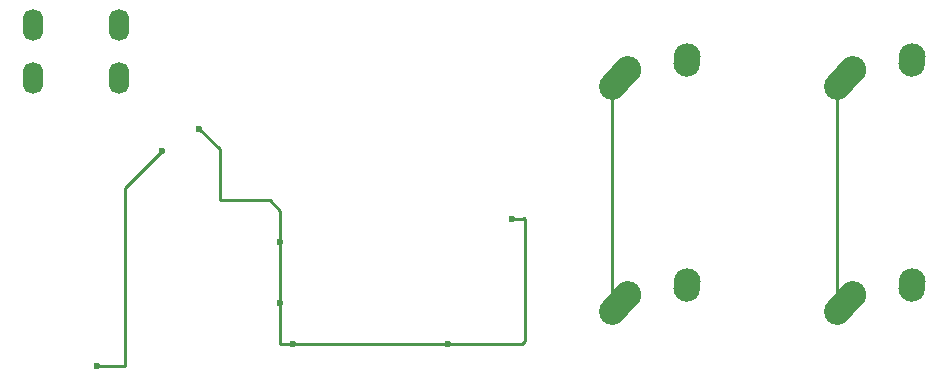
<source format=gtl>
%TF.GenerationSoftware,KiCad,Pcbnew,9.0.2*%
%TF.CreationDate,2025-06-13T00:24:49+05:30*%
%TF.ProjectId,KeebPcb,4b656562-5063-4622-9e6b-696361645f70,rev?*%
%TF.SameCoordinates,Original*%
%TF.FileFunction,Copper,L1,Top*%
%TF.FilePolarity,Positive*%
%FSLAX46Y46*%
G04 Gerber Fmt 4.6, Leading zero omitted, Abs format (unit mm)*
G04 Created by KiCad (PCBNEW 9.0.2) date 2025-06-13 00:24:49*
%MOMM*%
%LPD*%
G01*
G04 APERTURE LIST*
G04 Aperture macros list*
%AMHorizOval*
0 Thick line with rounded ends*
0 $1 width*
0 $2 $3 position (X,Y) of the first rounded end (center of the circle)*
0 $4 $5 position (X,Y) of the second rounded end (center of the circle)*
0 Add line between two ends*
20,1,$1,$2,$3,$4,$5,0*
0 Add two circle primitives to create the rounded ends*
1,1,$1,$2,$3*
1,1,$1,$4,$5*%
G04 Aperture macros list end*
%TA.AperFunction,ComponentPad*%
%ADD10HorizOval,2.250000X0.655001X0.730000X-0.655001X-0.730000X0*%
%TD*%
%TA.AperFunction,ComponentPad*%
%ADD11C,2.250000*%
%TD*%
%TA.AperFunction,ComponentPad*%
%ADD12HorizOval,2.250000X0.020000X0.290000X-0.020000X-0.290000X0*%
%TD*%
%TA.AperFunction,ComponentPad*%
%ADD13O,1.700000X2.700000*%
%TD*%
%TA.AperFunction,ViaPad*%
%ADD14C,0.600000*%
%TD*%
%TA.AperFunction,Conductor*%
%ADD15C,0.254000*%
%TD*%
G04 APERTURE END LIST*
D10*
%TO.P,MX1,1,COL*%
%TO.N,/COL0*%
X126218101Y-85655900D03*
D11*
X126873100Y-84925900D03*
D12*
%TO.P,MX1,2,ROW*%
%TO.N,Net-(D1-A)*%
X131893100Y-84135900D03*
D11*
X131913100Y-83845900D03*
%TD*%
D10*
%TO.P,MX3,1,COL*%
%TO.N,/COL0*%
X126218101Y-104704700D03*
D11*
X126873100Y-103974700D03*
D12*
%TO.P,MX3,2,ROW*%
%TO.N,Net-(D3-A)*%
X131893100Y-103184700D03*
D11*
X131913100Y-102894700D03*
%TD*%
D10*
%TO.P,MX2,1,COL*%
%TO.N,/COL1*%
X145266901Y-85655900D03*
D11*
X145921900Y-84925900D03*
D12*
%TO.P,MX2,2,ROW*%
%TO.N,Net-(D2-A)*%
X150941900Y-84135900D03*
D11*
X150961900Y-83845900D03*
%TD*%
D10*
%TO.P,MX4,1,COL*%
%TO.N,/COL1*%
X145266901Y-104704700D03*
D11*
X145921900Y-103974700D03*
D12*
%TO.P,MX4,2,ROW*%
%TO.N,Net-(D4-A)*%
X150941900Y-103184700D03*
D11*
X150961900Y-102894700D03*
%TD*%
D13*
%TO.P,USB1,6,SHIELD*%
%TO.N,unconnected-(USB1-SHIELD-Pad6)*%
X83798300Y-81132300D03*
X76498300Y-81132300D03*
X83798300Y-85632300D03*
X76498300Y-85632300D03*
%TD*%
D14*
%TO.N,+5V*%
X97485200Y-99466400D03*
X117094000Y-97536000D03*
X97485200Y-104698800D03*
X90627200Y-89916000D03*
X98552000Y-108153200D03*
X111658400Y-108153200D03*
%TO.N,Net-(U1-~{RESET})*%
X81910000Y-110038000D03*
X87465900Y-91782900D03*
%TD*%
D15*
%TO.N,+5V*%
X111658400Y-108153200D02*
X117906800Y-108153200D01*
X90627200Y-89916000D02*
X92354400Y-91643200D01*
X118059200Y-97536000D02*
X117094000Y-97536000D01*
X118160800Y-97536000D02*
X118110000Y-97485200D01*
X92354400Y-95910400D02*
X96520000Y-95910400D01*
X118160800Y-107899200D02*
X118160800Y-97536000D01*
X98552000Y-108153200D02*
X99161600Y-108153200D01*
X118110000Y-97485200D02*
X118059200Y-97536000D01*
X99161600Y-108153200D02*
X111658400Y-108153200D01*
X97485200Y-108153200D02*
X98552000Y-108153200D01*
X96520000Y-95910400D02*
X96570800Y-95961200D01*
X92354400Y-91643200D02*
X92354400Y-95910400D01*
X97485200Y-96875600D02*
X97485200Y-99466400D01*
X96570800Y-95961200D02*
X97485200Y-96875600D01*
X97485200Y-99466400D02*
X97485200Y-104698800D01*
X97485200Y-104698800D02*
X97485200Y-108153200D01*
X117906800Y-108153200D02*
X118160800Y-107899200D01*
%TO.N,/COL0*%
X125563100Y-86385900D02*
X125563100Y-105434700D01*
%TO.N,/COL1*%
X144611900Y-86385900D02*
X144611900Y-105434700D01*
%TO.N,Net-(U1-~{RESET})*%
X87465900Y-91782900D02*
X84291100Y-94957700D01*
X84291100Y-110038000D02*
X81910000Y-110038000D01*
X84291100Y-94957700D02*
X84291100Y-110038000D01*
%TD*%
M02*

</source>
